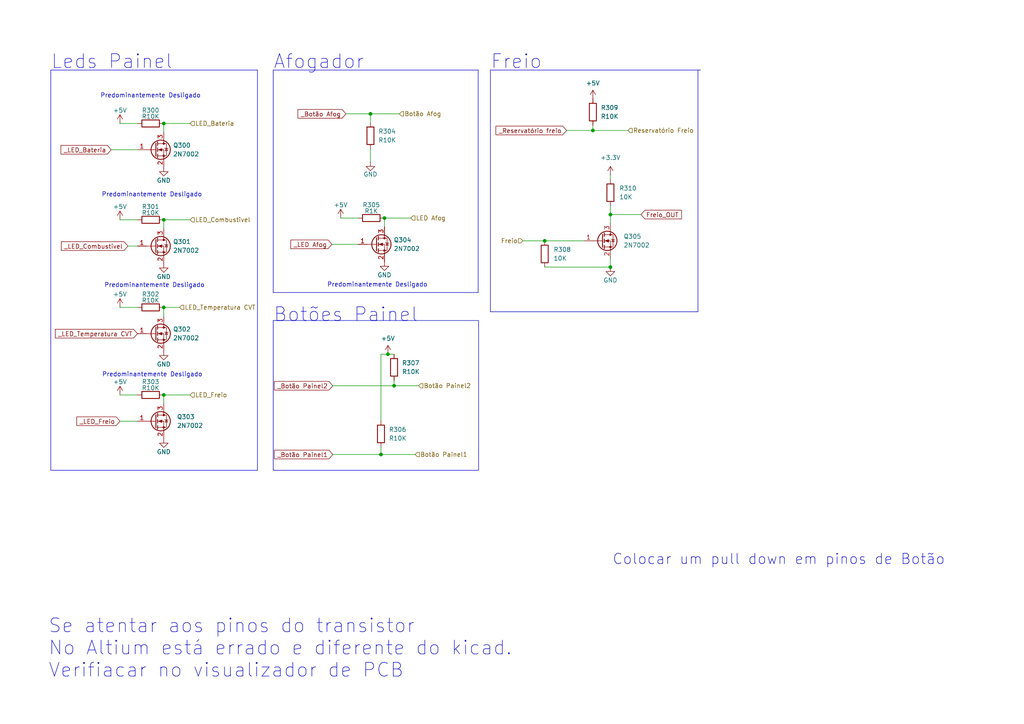
<source format=kicad_sch>
(kicad_sch (version 20230121) (generator eeschema)

  (uuid d5ddf8c1-48f7-4250-853c-8c7e9dcca5e8)

  (paper "A4")

  (lib_symbols
    (symbol "Device:R" (pin_numbers hide) (pin_names (offset 0)) (in_bom yes) (on_board yes)
      (property "Reference" "R" (at 2.032 0 90)
        (effects (font (size 1.27 1.27)))
      )
      (property "Value" "R" (at 0 0 90)
        (effects (font (size 1.27 1.27)))
      )
      (property "Footprint" "" (at -1.778 0 90)
        (effects (font (size 1.27 1.27)) hide)
      )
      (property "Datasheet" "~" (at 0 0 0)
        (effects (font (size 1.27 1.27)) hide)
      )
      (property "ki_keywords" "R res resistor" (at 0 0 0)
        (effects (font (size 1.27 1.27)) hide)
      )
      (property "ki_description" "Resistor" (at 0 0 0)
        (effects (font (size 1.27 1.27)) hide)
      )
      (property "ki_fp_filters" "R_*" (at 0 0 0)
        (effects (font (size 1.27 1.27)) hide)
      )
      (symbol "R_0_1"
        (rectangle (start -1.016 -2.54) (end 1.016 2.54)
          (stroke (width 0.254) (type default))
          (fill (type none))
        )
      )
      (symbol "R_1_1"
        (pin passive line (at 0 3.81 270) (length 1.27)
          (name "~" (effects (font (size 1.27 1.27))))
          (number "1" (effects (font (size 1.27 1.27))))
        )
        (pin passive line (at 0 -3.81 90) (length 1.27)
          (name "~" (effects (font (size 1.27 1.27))))
          (number "2" (effects (font (size 1.27 1.27))))
        )
      )
    )
    (symbol "Transistor_FET:2N7002" (pin_names hide) (in_bom yes) (on_board yes)
      (property "Reference" "Q" (at 5.08 1.905 0)
        (effects (font (size 1.27 1.27)) (justify left))
      )
      (property "Value" "2N7002" (at 5.08 0 0)
        (effects (font (size 1.27 1.27)) (justify left))
      )
      (property "Footprint" "Package_TO_SOT_SMD:SOT-23" (at 5.08 -1.905 0)
        (effects (font (size 1.27 1.27) italic) (justify left) hide)
      )
      (property "Datasheet" "https://www.onsemi.com/pub/Collateral/NDS7002A-D.PDF" (at 0 0 0)
        (effects (font (size 1.27 1.27)) (justify left) hide)
      )
      (property "ki_keywords" "N-Channel Switching MOSFET" (at 0 0 0)
        (effects (font (size 1.27 1.27)) hide)
      )
      (property "ki_description" "0.115A Id, 60V Vds, N-Channel MOSFET, SOT-23" (at 0 0 0)
        (effects (font (size 1.27 1.27)) hide)
      )
      (property "ki_fp_filters" "SOT?23*" (at 0 0 0)
        (effects (font (size 1.27 1.27)) hide)
      )
      (symbol "2N7002_0_1"
        (polyline
          (pts
            (xy 0.254 0)
            (xy -2.54 0)
          )
          (stroke (width 0) (type default))
          (fill (type none))
        )
        (polyline
          (pts
            (xy 0.254 1.905)
            (xy 0.254 -1.905)
          )
          (stroke (width 0.254) (type default))
          (fill (type none))
        )
        (polyline
          (pts
            (xy 0.762 -1.27)
            (xy 0.762 -2.286)
          )
          (stroke (width 0.254) (type default))
          (fill (type none))
        )
        (polyline
          (pts
            (xy 0.762 0.508)
            (xy 0.762 -0.508)
          )
          (stroke (width 0.254) (type default))
          (fill (type none))
        )
        (polyline
          (pts
            (xy 0.762 2.286)
            (xy 0.762 1.27)
          )
          (stroke (width 0.254) (type default))
          (fill (type none))
        )
        (polyline
          (pts
            (xy 2.54 2.54)
            (xy 2.54 1.778)
          )
          (stroke (width 0) (type default))
          (fill (type none))
        )
        (polyline
          (pts
            (xy 2.54 -2.54)
            (xy 2.54 0)
            (xy 0.762 0)
          )
          (stroke (width 0) (type default))
          (fill (type none))
        )
        (polyline
          (pts
            (xy 0.762 -1.778)
            (xy 3.302 -1.778)
            (xy 3.302 1.778)
            (xy 0.762 1.778)
          )
          (stroke (width 0) (type default))
          (fill (type none))
        )
        (polyline
          (pts
            (xy 1.016 0)
            (xy 2.032 0.381)
            (xy 2.032 -0.381)
            (xy 1.016 0)
          )
          (stroke (width 0) (type default))
          (fill (type outline))
        )
        (polyline
          (pts
            (xy 2.794 0.508)
            (xy 2.921 0.381)
            (xy 3.683 0.381)
            (xy 3.81 0.254)
          )
          (stroke (width 0) (type default))
          (fill (type none))
        )
        (polyline
          (pts
            (xy 3.302 0.381)
            (xy 2.921 -0.254)
            (xy 3.683 -0.254)
            (xy 3.302 0.381)
          )
          (stroke (width 0) (type default))
          (fill (type none))
        )
        (circle (center 1.651 0) (radius 2.794)
          (stroke (width 0.254) (type default))
          (fill (type none))
        )
        (circle (center 2.54 -1.778) (radius 0.254)
          (stroke (width 0) (type default))
          (fill (type outline))
        )
        (circle (center 2.54 1.778) (radius 0.254)
          (stroke (width 0) (type default))
          (fill (type outline))
        )
      )
      (symbol "2N7002_1_1"
        (pin input line (at -5.08 0 0) (length 2.54)
          (name "G" (effects (font (size 1.27 1.27))))
          (number "1" (effects (font (size 1.27 1.27))))
        )
        (pin passive line (at 2.54 -5.08 90) (length 2.54)
          (name "S" (effects (font (size 1.27 1.27))))
          (number "2" (effects (font (size 1.27 1.27))))
        )
        (pin passive line (at 2.54 5.08 270) (length 2.54)
          (name "D" (effects (font (size 1.27 1.27))))
          (number "3" (effects (font (size 1.27 1.27))))
        )
      )
    )
    (symbol "power:+3.3V" (power) (pin_names (offset 0)) (in_bom yes) (on_board yes)
      (property "Reference" "#PWR" (at 0 -3.81 0)
        (effects (font (size 1.27 1.27)) hide)
      )
      (property "Value" "+3.3V" (at 0 3.556 0)
        (effects (font (size 1.27 1.27)))
      )
      (property "Footprint" "" (at 0 0 0)
        (effects (font (size 1.27 1.27)) hide)
      )
      (property "Datasheet" "" (at 0 0 0)
        (effects (font (size 1.27 1.27)) hide)
      )
      (property "ki_keywords" "power-flag" (at 0 0 0)
        (effects (font (size 1.27 1.27)) hide)
      )
      (property "ki_description" "Power symbol creates a global label with name \"+3.3V\"" (at 0 0 0)
        (effects (font (size 1.27 1.27)) hide)
      )
      (symbol "+3.3V_0_1"
        (polyline
          (pts
            (xy -0.762 1.27)
            (xy 0 2.54)
          )
          (stroke (width 0) (type default))
          (fill (type none))
        )
        (polyline
          (pts
            (xy 0 0)
            (xy 0 2.54)
          )
          (stroke (width 0) (type default))
          (fill (type none))
        )
        (polyline
          (pts
            (xy 0 2.54)
            (xy 0.762 1.27)
          )
          (stroke (width 0) (type default))
          (fill (type none))
        )
      )
      (symbol "+3.3V_1_1"
        (pin power_in line (at 0 0 90) (length 0) hide
          (name "+3.3V" (effects (font (size 1.27 1.27))))
          (number "1" (effects (font (size 1.27 1.27))))
        )
      )
    )
    (symbol "power:+5V" (power) (pin_names (offset 0)) (in_bom yes) (on_board yes)
      (property "Reference" "#PWR" (at 0 -3.81 0)
        (effects (font (size 1.27 1.27)) hide)
      )
      (property "Value" "+5V" (at 0 3.556 0)
        (effects (font (size 1.27 1.27)))
      )
      (property "Footprint" "" (at 0 0 0)
        (effects (font (size 1.27 1.27)) hide)
      )
      (property "Datasheet" "" (at 0 0 0)
        (effects (font (size 1.27 1.27)) hide)
      )
      (property "ki_keywords" "power-flag" (at 0 0 0)
        (effects (font (size 1.27 1.27)) hide)
      )
      (property "ki_description" "Power symbol creates a global label with name \"+5V\"" (at 0 0 0)
        (effects (font (size 1.27 1.27)) hide)
      )
      (symbol "+5V_0_1"
        (polyline
          (pts
            (xy -0.762 1.27)
            (xy 0 2.54)
          )
          (stroke (width 0) (type default))
          (fill (type none))
        )
        (polyline
          (pts
            (xy 0 0)
            (xy 0 2.54)
          )
          (stroke (width 0) (type default))
          (fill (type none))
        )
        (polyline
          (pts
            (xy 0 2.54)
            (xy 0.762 1.27)
          )
          (stroke (width 0) (type default))
          (fill (type none))
        )
      )
      (symbol "+5V_1_1"
        (pin power_in line (at 0 0 90) (length 0) hide
          (name "+5V" (effects (font (size 1.27 1.27))))
          (number "1" (effects (font (size 1.27 1.27))))
        )
      )
    )
    (symbol "power:GND" (power) (pin_names (offset 0)) (in_bom yes) (on_board yes)
      (property "Reference" "#PWR" (at 0 -6.35 0)
        (effects (font (size 1.27 1.27)) hide)
      )
      (property "Value" "GND" (at 0 -3.81 0)
        (effects (font (size 1.27 1.27)))
      )
      (property "Footprint" "" (at 0 0 0)
        (effects (font (size 1.27 1.27)) hide)
      )
      (property "Datasheet" "" (at 0 0 0)
        (effects (font (size 1.27 1.27)) hide)
      )
      (property "ki_keywords" "power-flag" (at 0 0 0)
        (effects (font (size 1.27 1.27)) hide)
      )
      (property "ki_description" "Power symbol creates a global label with name \"GND\" , ground" (at 0 0 0)
        (effects (font (size 1.27 1.27)) hide)
      )
      (symbol "GND_0_1"
        (polyline
          (pts
            (xy 0 0)
            (xy 0 -1.27)
            (xy 1.27 -1.27)
            (xy 0 -2.54)
            (xy -1.27 -1.27)
            (xy 0 -1.27)
          )
          (stroke (width 0) (type default))
          (fill (type none))
        )
      )
      (symbol "GND_1_1"
        (pin power_in line (at 0 0 270) (length 0) hide
          (name "GND" (effects (font (size 1.27 1.27))))
          (number "1" (effects (font (size 1.27 1.27))))
        )
      )
    )
  )

  (junction (at 47.498 89.154) (diameter 0) (color 0 0 0 0)
    (uuid 02bd0e52-9ac6-44cd-8dd8-01279d8c4666)
  )
  (junction (at 177.038 77.47) (diameter 0) (color 0 0 0 0)
    (uuid 042f06f9-db03-4ad1-99d9-4ee413a7ca3d)
  )
  (junction (at 47.498 35.814) (diameter 0) (color 0 0 0 0)
    (uuid 0d1c71ce-5886-427c-a0be-42b3907b8fb5)
  )
  (junction (at 177.038 62.23) (diameter 0) (color 0 0 0 0)
    (uuid 246165fd-9d23-4dc9-848c-09f2ff834d14)
  )
  (junction (at 47.498 63.754) (diameter 0) (color 0 0 0 0)
    (uuid 3bda41ad-1547-4653-bfe9-b583bdcd7866)
  )
  (junction (at 114.3 111.887) (diameter 0) (color 0 0 0 0)
    (uuid 6a2a956d-62a7-468e-951c-ace63ca892e6)
  )
  (junction (at 112.522 102.743) (diameter 0) (color 0 0 0 0)
    (uuid 7e317d7a-867e-4e6b-bb51-805bd948f923)
  )
  (junction (at 171.958 37.846) (diameter 0) (color 0 0 0 0)
    (uuid 821e0666-12b7-4193-ba11-ecb7babdcb2f)
  )
  (junction (at 157.988 69.85) (diameter 0) (color 0 0 0 0)
    (uuid 8f58a622-1baa-4ffb-b16e-93309394a0c6)
  )
  (junction (at 111.506 63.246) (diameter 0) (color 0 0 0 0)
    (uuid b28e6822-5fee-4bd9-888d-2603a5049c4d)
  )
  (junction (at 110.49 131.826) (diameter 0) (color 0 0 0 0)
    (uuid bbb1067f-7ac3-4b18-a15c-86eb3622dbb7)
  )
  (junction (at 47.498 114.554) (diameter 0) (color 0 0 0 0)
    (uuid da6cb0db-1a93-4959-af97-01b67fa9930c)
  )
  (junction (at 107.442 33.02) (diameter 0) (color 0 0 0 0)
    (uuid ee77b5bd-7ad4-421d-bcf3-c17621eb8348)
  )

  (wire (pts (xy 157.988 69.85) (xy 169.418 69.85))
    (stroke (width 0) (type default))
    (uuid 01408db6-4d09-4c72-a964-d2aebfb7d742)
  )
  (wire (pts (xy 47.498 38.354) (xy 47.498 35.814))
    (stroke (width 0) (type default))
    (uuid 023d4ade-73db-4751-9e81-7a2eccadebdb)
  )
  (wire (pts (xy 47.498 117.094) (xy 47.498 114.554))
    (stroke (width 0) (type default))
    (uuid 0893fc79-c67f-47bb-964d-19342e46dd98)
  )
  (wire (pts (xy 182.118 37.846) (xy 171.958 37.846))
    (stroke (width 0) (type default))
    (uuid 114f991a-3c41-4abb-b077-87518baf1b7b)
  )
  (wire (pts (xy 177.038 62.23) (xy 185.928 62.23))
    (stroke (width 0) (type default))
    (uuid 1677dc6a-2ccf-4be8-b823-39b2e9142e2d)
  )
  (wire (pts (xy 110.49 129.667) (xy 110.49 131.826))
    (stroke (width 0) (type default))
    (uuid 17abe1d2-6a0d-4cde-b522-d1ece91f8036)
  )
  (wire (pts (xy 107.442 33.02) (xy 115.824 33.02))
    (stroke (width 0) (type default))
    (uuid 1acdf7f2-850b-4585-900d-55290cf2d6a5)
  )
  (wire (pts (xy 111.506 65.786) (xy 111.506 63.246))
    (stroke (width 0) (type default))
    (uuid 1b065b82-5d0b-4374-ae92-0f4743c58c00)
  )
  (wire (pts (xy 100.33 33.02) (xy 107.442 33.02))
    (stroke (width 0) (type default))
    (uuid 236a633c-cf3f-471d-82a8-c248d542875c)
  )
  (wire (pts (xy 164.338 37.846) (xy 171.958 37.846))
    (stroke (width 0) (type default))
    (uuid 27d495e9-20ea-4a4e-a383-7c494d7dd74c)
  )
  (polyline (pts (xy 202.438 20.32) (xy 202.438 90.424))
    (stroke (width 0) (type default))
    (uuid 2fe3d87b-0319-4212-894f-385e932ffd2b)
  )

  (wire (pts (xy 47.498 66.294) (xy 47.498 63.754))
    (stroke (width 0) (type default))
    (uuid 3221da2c-e871-42a4-bc9b-2009224e2bfc)
  )
  (polyline (pts (xy 74.676 136.398) (xy 14.732 136.398))
    (stroke (width 0) (type default))
    (uuid 3f5e7bdb-cdef-4a00-8d06-a6a52f07ef61)
  )

  (wire (pts (xy 110.49 131.826) (xy 120.396 131.826))
    (stroke (width 0) (type default))
    (uuid 4013a379-2a20-4405-9085-3afede13a62d)
  )
  (polyline (pts (xy 138.684 84.836) (xy 79.248 84.836))
    (stroke (width 0) (type default))
    (uuid 4621f20d-fe34-43b6-982f-c6ed802cf721)
  )

  (wire (pts (xy 32.258 43.434) (xy 39.878 43.434))
    (stroke (width 0) (type default))
    (uuid 4e6c2980-5bea-46c3-8192-188874495aeb)
  )
  (polyline (pts (xy 79.248 92.964) (xy 79.248 136.398))
    (stroke (width 0) (type default))
    (uuid 54dd8eef-e80e-4699-9f0f-ddcc527aaacc)
  )
  (polyline (pts (xy 74.676 20.32) (xy 74.676 136.398))
    (stroke (width 0) (type default))
    (uuid 54f40270-4dfb-47ae-a04e-0c55e369efc8)
  )

  (wire (pts (xy 34.798 122.174) (xy 39.878 122.174))
    (stroke (width 0) (type default))
    (uuid 5f68cb0d-d405-4925-9b31-8f79cc74e533)
  )
  (wire (pts (xy 34.798 114.554) (xy 39.878 114.554))
    (stroke (width 0) (type default))
    (uuid 5f85fd13-9092-48db-bd74-574500d2a2e7)
  )
  (wire (pts (xy 171.958 36.322) (xy 171.958 37.846))
    (stroke (width 0) (type default))
    (uuid 5faf54f7-77fe-45d3-90ef-de26597ad888)
  )
  (wire (pts (xy 96.266 70.866) (xy 103.886 70.866))
    (stroke (width 0) (type default))
    (uuid 60c4b447-ba80-4e4b-8781-eb0e379736ec)
  )
  (wire (pts (xy 151.638 69.85) (xy 157.988 69.85))
    (stroke (width 0) (type default))
    (uuid 65e1c435-ef7e-48e0-84a3-2f4be7023eed)
  )
  (polyline (pts (xy 14.732 20.32) (xy 14.732 136.398))
    (stroke (width 0) (type default))
    (uuid 71b7e704-b939-4d15-8f1c-f34d1a3d9f33)
  )

  (wire (pts (xy 114.3 110.363) (xy 114.3 111.887))
    (stroke (width 0) (type default))
    (uuid 7204edd1-63da-4794-8d1e-35a373702a20)
  )
  (wire (pts (xy 107.442 33.02) (xy 107.442 35.56))
    (stroke (width 0) (type default))
    (uuid 77992526-8645-4006-8752-181c4358cb26)
  )
  (wire (pts (xy 111.506 63.246) (xy 119.126 63.246))
    (stroke (width 0) (type default))
    (uuid 7cd9a264-d60e-4810-b59d-994966e614a6)
  )
  (wire (pts (xy 96.52 131.826) (xy 110.49 131.826))
    (stroke (width 0) (type default))
    (uuid 7d017b9b-f948-4a42-a5b8-6856f08cb5c6)
  )
  (wire (pts (xy 110.49 122.047) (xy 110.49 102.743))
    (stroke (width 0) (type default))
    (uuid 7ffb0d9d-a3f2-4d0c-923d-3053b9e72a9c)
  )
  (polyline (pts (xy 142.24 20.32) (xy 203.2 20.32))
    (stroke (width 0) (type default))
    (uuid 814e0dd6-8143-43d4-932f-a5fc58b6d8e9)
  )

  (wire (pts (xy 112.522 102.743) (xy 114.3 102.743))
    (stroke (width 0) (type default))
    (uuid 83122934-ebb1-485a-99eb-10b691c0b4b8)
  )
  (wire (pts (xy 34.798 89.154) (xy 39.878 89.154))
    (stroke (width 0) (type default))
    (uuid 847ee5d3-e12d-44bc-938f-a05a487c7582)
  )
  (wire (pts (xy 157.988 77.47) (xy 177.038 77.47))
    (stroke (width 0) (type default))
    (uuid 887fac26-d508-4bdf-a112-a8dff051e3e1)
  )
  (wire (pts (xy 107.442 43.18) (xy 107.442 46.99))
    (stroke (width 0) (type default))
    (uuid 88957bd7-8f39-454a-b3ba-e2092ea961c6)
  )
  (wire (pts (xy 177.038 77.47) (xy 177.038 74.93))
    (stroke (width 0) (type default))
    (uuid 8b58be84-c747-48ad-ad3c-da59338212eb)
  )
  (wire (pts (xy 177.038 62.23) (xy 177.038 64.77))
    (stroke (width 0) (type default))
    (uuid 8c0252c5-4b18-4407-ba97-bd5e1ecdf1e9)
  )
  (wire (pts (xy 37.084 71.374) (xy 39.878 71.374))
    (stroke (width 0) (type default))
    (uuid 8cc744e4-62b0-49f1-bb54-ca3ae61fe838)
  )
  (wire (pts (xy 34.798 63.754) (xy 39.878 63.754))
    (stroke (width 0) (type default))
    (uuid 8d1ec1ca-c2cf-42ba-969f-b579d7e067b6)
  )
  (wire (pts (xy 96.52 111.887) (xy 114.3 111.887))
    (stroke (width 0) (type default))
    (uuid 9a3a54dc-23e9-465e-acca-c4d38c39ca8e)
  )
  (wire (pts (xy 47.498 91.694) (xy 47.498 89.154))
    (stroke (width 0) (type default))
    (uuid a205dee9-695e-472d-8320-8bb81fd99b14)
  )
  (wire (pts (xy 110.49 102.743) (xy 112.522 102.743))
    (stroke (width 0) (type default))
    (uuid a26d4cbc-56fd-4d87-9fcc-bbff80da7605)
  )
  (polyline (pts (xy 142.24 90.424) (xy 142.24 20.32))
    (stroke (width 0) (type default))
    (uuid a411cc2e-7992-468b-a052-c75599663c5f)
  )

  (wire (pts (xy 177.038 59.69) (xy 177.038 62.23))
    (stroke (width 0) (type default))
    (uuid a4418ec1-ebf3-4b3f-8f92-91f63c3b9281)
  )
  (polyline (pts (xy 79.248 20.32) (xy 138.684 20.32))
    (stroke (width 0) (type default))
    (uuid a7ef32da-4194-4393-9da5-f02278da9187)
  )
  (polyline (pts (xy 79.248 92.964) (xy 138.684 92.964))
    (stroke (width 0) (type default))
    (uuid ad9b8baa-5876-4052-9386-c69fb0c36bd8)
  )
  (polyline (pts (xy 138.811 92.964) (xy 138.811 136.398))
    (stroke (width 0) (type default))
    (uuid ae262d93-0cfd-4b7e-b624-2d0dbe3d2eda)
  )
  (polyline (pts (xy 202.438 90.424) (xy 142.24 90.424))
    (stroke (width 0) (type default))
    (uuid b068019d-5405-4097-ac25-b21e8a34d7d3)
  )
  (polyline (pts (xy 14.732 20.32) (xy 74.676 20.32))
    (stroke (width 0) (type default))
    (uuid b9b7e039-be52-4277-a035-af056a196a17)
  )

  (wire (pts (xy 47.498 89.154) (xy 52.07 89.154))
    (stroke (width 0) (type default))
    (uuid b9f59975-62ec-4410-871f-717293ec5298)
  )
  (wire (pts (xy 114.3 111.887) (xy 121.412 111.887))
    (stroke (width 0) (type default))
    (uuid bf47693e-e472-4a0c-8d20-13c5c0fb8879)
  )
  (wire (pts (xy 47.498 114.554) (xy 55.118 114.554))
    (stroke (width 0) (type default))
    (uuid ca972815-2295-464f-bca4-fed9973c8659)
  )
  (wire (pts (xy 177.038 50.8) (xy 177.038 52.07))
    (stroke (width 0) (type default))
    (uuid ccde43aa-953c-49f6-b90d-48f0d39e5a48)
  )
  (polyline (pts (xy 79.248 20.32) (xy 79.248 84.836))
    (stroke (width 0) (type default))
    (uuid d02f294d-8eab-4ea8-8ef0-c0f0f992b080)
  )

  (wire (pts (xy 98.806 63.246) (xy 103.886 63.246))
    (stroke (width 0) (type default))
    (uuid d58ce8d3-fb03-4667-a14d-8a83ad434f6e)
  )
  (wire (pts (xy 34.798 35.814) (xy 39.878 35.814))
    (stroke (width 0) (type default))
    (uuid e1e320ce-76b2-42e0-8fad-a5701f54d487)
  )
  (polyline (pts (xy 138.684 20.32) (xy 138.684 84.836))
    (stroke (width 0) (type default))
    (uuid e2aae2e3-2943-4a5b-a70e-6a82359629b5)
  )

  (wire (pts (xy 47.498 63.754) (xy 55.118 63.754))
    (stroke (width 0) (type default))
    (uuid f0761c92-5e77-490f-859b-d54e75fde648)
  )
  (polyline (pts (xy 138.684 136.398) (xy 79.248 136.398))
    (stroke (width 0) (type default))
    (uuid fd4b7145-171c-481a-9682-b2bea6b9fc2f)
  )

  (wire (pts (xy 47.498 35.814) (xy 55.118 35.814))
    (stroke (width 0) (type default))
    (uuid fed9e213-be78-40e1-bd6f-879692e5f888)
  )

  (text "Predominantemente Desligado" (at 30.226 83.566 0)
    (effects (font (size 1.27 1.27)) (justify left bottom))
    (uuid 03ca01d9-a5de-4574-859c-e022dce18c60)
  )
  (text "Predominantemente Desligado" (at 29.083 28.575 0)
    (effects (font (size 1.27 1.27)) (justify left bottom))
    (uuid 0fb9b79b-a17c-44a5-85ba-4762c9691424)
  )
  (text "Predominantemente Desligado" (at 29.591 109.474 0)
    (effects (font (size 1.27 1.27)) (justify left bottom))
    (uuid 11e7b0bc-9d40-4f8c-9c72-a811a06d4173)
  )
  (text "Predominantemente Desligado" (at 94.869 83.439 0)
    (effects (font (size 1.27 1.27)) (justify left bottom))
    (uuid 31763348-9fae-4689-a0c3-250525292670)
  )
  (text "Predominantemente Desligado" (at 29.464 57.277 0)
    (effects (font (size 1.27 1.27)) (justify left bottom))
    (uuid 43913951-a81b-4964-90f1-658d885629a8)
  )
  (text "Se atentar aos pinos do transistor\nNo Altium está errado e diferente do kicad. \nVerifiacar no visualizador de PCB"
    (at 13.97 196.85 0)
    (effects (font (size 4 4)) (justify left bottom))
    (uuid 5a762f5e-7963-45cc-b0aa-2922c378a5dd)
  )
  (text "Botões Painel" (at 79.248 93.726 0)
    (effects (font (size 4 4)) (justify left bottom))
    (uuid 6b43a30a-410e-450c-8f42-a610aed0cd74)
  )
  (text "Freio" (at 142.24 20.32 0)
    (effects (font (size 4 4)) (justify left bottom))
    (uuid 74dfc590-7bca-4f04-809f-ba8eba34979b)
  )
  (text "Leds Painel\n" (at 14.732 20.32 0)
    (effects (font (size 4 4)) (justify left bottom))
    (uuid c9592397-de3c-428d-9204-444294f2c18b)
  )
  (text "Colocar um pull down em pinos de Botão" (at 177.546 164.084 0)
    (effects (font (size 3 3)) (justify left bottom))
    (uuid cb827c84-4789-4f2a-86f7-19fe2e6c4c5f)
  )
  (text "Afogador" (at 79.248 20.32 0)
    (effects (font (size 4 4)) (justify left bottom))
    (uuid e35e52ba-4102-4c36-bcd8-e2ceeda1d7e4)
  )

  (global_label "_Botão Afog" (shape input) (at 100.33 33.02 180) (fields_autoplaced)
    (effects (font (size 1.27 1.27)) (justify right))
    (uuid 2983e605-4d6a-4f2b-89bd-41bc5a35c843)
    (property "Intersheetrefs" "${INTERSHEET_REFS}" (at 86.4264 32.9406 0)
      (effects (font (size 1.27 1.27)) (justify right) hide)
    )
  )
  (global_label "_LED_Temperatura CVT" (shape input) (at 39.878 96.774 180) (fields_autoplaced)
    (effects (font (size 1.27 1.27)) (justify right))
    (uuid 2d9bea95-3a9e-42fd-88a6-ef6b5e9ca551)
    (property "Intersheetrefs" "${INTERSHEET_REFS}" (at 16.0563 96.6946 0)
      (effects (font (size 1.27 1.27)) (justify right) hide)
    )
  )
  (global_label "_Botão Painel2" (shape input) (at 96.52 111.887 180) (fields_autoplaced)
    (effects (font (size 1.27 1.27)) (justify right))
    (uuid 35fbbf52-bfc3-4bb4-8804-a1b2deffcb1b)
    (property "Intersheetrefs" "${INTERSHEET_REFS}" (at 79.5926 111.8076 0)
      (effects (font (size 1.27 1.27)) (justify right) hide)
    )
  )
  (global_label "_LED_Bateria" (shape input) (at 32.258 43.434 180) (fields_autoplaced)
    (effects (font (size 1.27 1.27)) (justify right))
    (uuid 3a2bf83a-a09b-45ec-be25-a294ab6c9d15)
    (property "Intersheetrefs" "${INTERSHEET_REFS}" (at 17.6892 43.3546 0)
      (effects (font (size 1.27 1.27)) (justify right) hide)
    )
  )
  (global_label "_Botão Painel1" (shape input) (at 96.52 131.826 180) (fields_autoplaced)
    (effects (font (size 1.27 1.27)) (justify right))
    (uuid 86fd030b-05ba-40ae-bfdb-0ec33104b1d9)
    (property "Intersheetrefs" "${INTERSHEET_REFS}" (at 79.5926 131.7466 0)
      (effects (font (size 1.27 1.27)) (justify right) hide)
    )
  )
  (global_label "_LED Afog" (shape input) (at 96.266 70.866 180) (fields_autoplaced)
    (effects (font (size 1.27 1.27)) (justify right))
    (uuid 96c6888b-12f8-4d3d-bc80-d1f21abf68ef)
    (property "Intersheetrefs" "${INTERSHEET_REFS}" (at 84.3581 70.7866 0)
      (effects (font (size 1.27 1.27)) (justify right) hide)
    )
  )
  (global_label "_LED_Freio" (shape input) (at 34.798 122.174 180) (fields_autoplaced)
    (effects (font (size 1.27 1.27)) (justify right))
    (uuid d352cd2e-6310-4856-912f-73bec5bab475)
    (property "Intersheetrefs" "${INTERSHEET_REFS}" (at 22.2854 122.0946 0)
      (effects (font (size 1.27 1.27)) (justify right) hide)
    )
  )
  (global_label "_LED_Combustivel" (shape input) (at 37.084 71.374 180) (fields_autoplaced)
    (effects (font (size 1.27 1.27)) (justify right))
    (uuid d6891ed3-335f-49a2-b3ad-0d70c277b1fb)
    (property "Intersheetrefs" "${INTERSHEET_REFS}" (at 17.798 71.2946 0)
      (effects (font (size 1.27 1.27)) (justify right) hide)
    )
  )
  (global_label "_Reservatório freio" (shape input) (at 164.338 37.846 180) (fields_autoplaced)
    (effects (font (size 1.27 1.27)) (justify right))
    (uuid f505c406-bfe4-40bb-84a2-748490812d01)
    (property "Intersheetrefs" "${INTERSHEET_REFS}" (at 143.8425 37.7666 0)
      (effects (font (size 1.27 1.27)) (justify right) hide)
    )
  )
  (global_label "Freio_OUT" (shape input) (at 185.928 62.23 0) (fields_autoplaced)
    (effects (font (size 1.27 1.27)) (justify left))
    (uuid fa974177-ea9b-4f51-8678-951e1e8e4c76)
    (property "Intersheetrefs" "${INTERSHEET_REFS}" (at 197.5655 62.1506 0)
      (effects (font (size 1.27 1.27)) (justify left) hide)
    )
  )

  (hierarchical_label "Freio" (shape input) (at 151.638 69.85 180) (fields_autoplaced)
    (effects (font (size 1.27 1.27)) (justify right))
    (uuid 179f61dd-c874-4d6e-b3cc-dabbbb829b22)
  )
  (hierarchical_label "LED_Combustivel" (shape input) (at 55.118 63.754 0) (fields_autoplaced)
    (effects (font (size 1.27 1.27)) (justify left))
    (uuid 373505d1-cf9c-43b4-b3bf-49890eda70a4)
  )
  (hierarchical_label "Botão Painel2" (shape input) (at 121.412 111.887 0) (fields_autoplaced)
    (effects (font (size 1.27 1.27)) (justify left))
    (uuid 3d79b4d5-5ea2-44e3-b35e-09590197c8bc)
  )
  (hierarchical_label "LED_Temperatura CVT" (shape input) (at 52.07 89.154 0) (fields_autoplaced)
    (effects (font (size 1.27 1.27)) (justify left))
    (uuid 4eb81308-de76-4182-b723-3b07579afbad)
  )
  (hierarchical_label "Botão Afog" (shape input) (at 115.824 33.02 0) (fields_autoplaced)
    (effects (font (size 1.27 1.27)) (justify left))
    (uuid 56782103-4dd5-45ee-ab19-21bcc29b312b)
  )
  (hierarchical_label "LED Afog" (shape input) (at 119.126 63.246 0) (fields_autoplaced)
    (effects (font (size 1.27 1.27)) (justify left))
    (uuid 6a4c2795-0625-4a5e-adb0-97abecc39f09)
  )
  (hierarchical_label "Botão Painel1" (shape input) (at 120.396 131.826 0) (fields_autoplaced)
    (effects (font (size 1.27 1.27)) (justify left))
    (uuid 92f75292-8d6c-42df-84c3-86a4bd602f59)
  )
  (hierarchical_label "LED_Freio" (shape input) (at 55.118 114.554 0) (fields_autoplaced)
    (effects (font (size 1.27 1.27)) (justify left))
    (uuid af7ee01c-ea09-4e12-bfcb-0d7383a21c55)
  )
  (hierarchical_label "Reservatório Freio" (shape input) (at 182.118 37.846 0) (fields_autoplaced)
    (effects (font (size 1.27 1.27)) (justify left))
    (uuid b54ea509-1be3-4d31-b724-e40af0c2867d)
  )
  (hierarchical_label "LED_Bateria" (shape input) (at 55.118 35.814 0) (fields_autoplaced)
    (effects (font (size 1.27 1.27)) (justify left))
    (uuid fb766cc4-dda6-4ae8-91bd-0e7d2576842c)
  )

  (symbol (lib_id "Device:R") (at 43.688 63.754 90) (unit 1)
    (in_bom yes) (on_board yes) (dnp no)
    (uuid 067da320-96ce-4ca5-b7d2-2fe0bf9fa7cf)
    (property "Reference" "R301" (at 43.688 59.944 90)
      (effects (font (size 1.27 1.27)))
    )
    (property "Value" "R10K" (at 43.688 61.722 90)
      (effects (font (size 1.27 1.27)))
    )
    (property "Footprint" "Resistor_SMD:R_0603_1608Metric" (at 43.688 65.532 90)
      (effects (font (size 1.27 1.27)) hide)
    )
    (property "Datasheet" "~" (at 43.688 63.754 0)
      (effects (font (size 1.27 1.27)) hide)
    )
    (pin "1" (uuid 844b6679-170c-44c7-8473-caa73fd73d61))
    (pin "2" (uuid 16046e10-2a89-4ea7-88df-6bac37fe18e0))
    (instances
      (project "PCB_Dianteira"
        (path "/a0150dbf-44e5-4bd4-8041-fb1f3f9779fb/e42efe98-78ee-4486-a715-6219c5b3ae53"
          (reference "R301") (unit 1)
        )
      )
    )
  )

  (symbol (lib_id "power:GND") (at 47.498 76.454 0) (unit 1)
    (in_bom yes) (on_board yes) (dnp no)
    (uuid 073d3898-5442-4007-9057-926ca8e7dfea)
    (property "Reference" "#PWR0305" (at 47.498 82.804 0)
      (effects (font (size 1.27 1.27)) hide)
    )
    (property "Value" "GND" (at 47.498 80.264 0)
      (effects (font (size 1.27 1.27)))
    )
    (property "Footprint" "" (at 47.498 76.454 0)
      (effects (font (size 1.27 1.27)) hide)
    )
    (property "Datasheet" "" (at 47.498 76.454 0)
      (effects (font (size 1.27 1.27)) hide)
    )
    (pin "1" (uuid 697930dd-39ac-44a4-a606-3b3e0a2f636a))
    (instances
      (project "PCB_Dianteira"
        (path "/a0150dbf-44e5-4bd4-8041-fb1f3f9779fb/e42efe98-78ee-4486-a715-6219c5b3ae53"
          (reference "#PWR0305") (unit 1)
        )
      )
    )
  )

  (symbol (lib_id "Device:R") (at 177.038 55.88 0) (unit 1)
    (in_bom yes) (on_board yes) (dnp no) (fields_autoplaced)
    (uuid 233866ac-262c-4c79-830c-a5668edcec57)
    (property "Reference" "R310" (at 179.578 54.6099 0)
      (effects (font (size 1.27 1.27)) (justify left))
    )
    (property "Value" "10K" (at 179.578 57.1499 0)
      (effects (font (size 1.27 1.27)) (justify left))
    )
    (property "Footprint" "Resistor_SMD:R_0603_1608Metric" (at 175.26 55.88 90)
      (effects (font (size 1.27 1.27)) hide)
    )
    (property "Datasheet" "~" (at 177.038 55.88 0)
      (effects (font (size 1.27 1.27)) hide)
    )
    (pin "1" (uuid 01eb8b7f-0bc1-4f4a-ad5b-9d2eb5c45754))
    (pin "2" (uuid 63da12b8-3bdb-4e2a-a2b3-feeb7d0ac55a))
    (instances
      (project "PCB_Dianteira"
        (path "/a0150dbf-44e5-4bd4-8041-fb1f3f9779fb/e42efe98-78ee-4486-a715-6219c5b3ae53"
          (reference "R310") (unit 1)
        )
      )
    )
  )

  (symbol (lib_id "Transistor_FET:2N7002") (at 108.966 70.866 0) (unit 1)
    (in_bom yes) (on_board yes) (dnp no) (fields_autoplaced)
    (uuid 2350c78e-e9d4-4c64-9a1b-1a49450b58a3)
    (property "Reference" "Q304" (at 114.173 69.5959 0)
      (effects (font (size 1.27 1.27)) (justify left))
    )
    (property "Value" "2N7002" (at 114.173 72.1359 0)
      (effects (font (size 1.27 1.27)) (justify left))
    )
    (property "Footprint" "Package_TO_SOT_SMD:SOT-23" (at 114.046 72.771 0)
      (effects (font (size 1.27 1.27) italic) (justify left) hide)
    )
    (property "Datasheet" "https://www.onsemi.com/pub/Collateral/NDS7002A-D.PDF" (at 108.966 70.866 0)
      (effects (font (size 1.27 1.27)) (justify left) hide)
    )
    (pin "1" (uuid 35536887-c320-40a8-8939-951b11ed78bc))
    (pin "2" (uuid a7086f83-e131-42b7-8397-5f74a1e16172))
    (pin "3" (uuid 50cbe12e-7e4b-49fc-b315-994b41d74108))
    (instances
      (project "PCB_Dianteira"
        (path "/a0150dbf-44e5-4bd4-8041-fb1f3f9779fb/e42efe98-78ee-4486-a715-6219c5b3ae53"
          (reference "Q304") (unit 1)
        )
      )
    )
  )

  (symbol (lib_id "power:+5V") (at 34.798 114.554 0) (unit 1)
    (in_bom yes) (on_board yes) (dnp no)
    (uuid 413ee463-1540-45a6-97fa-65b690660230)
    (property "Reference" "#PWR0303" (at 34.798 118.364 0)
      (effects (font (size 1.27 1.27)) hide)
    )
    (property "Value" "+5V" (at 34.798 110.744 0)
      (effects (font (size 1.27 1.27)))
    )
    (property "Footprint" "" (at 34.798 114.554 0)
      (effects (font (size 1.27 1.27)) hide)
    )
    (property "Datasheet" "" (at 34.798 114.554 0)
      (effects (font (size 1.27 1.27)) hide)
    )
    (pin "1" (uuid 1314746a-e793-4b92-a6a9-68cb549ecd8a))
    (instances
      (project "PCB_Dianteira"
        (path "/a0150dbf-44e5-4bd4-8041-fb1f3f9779fb/e42efe98-78ee-4486-a715-6219c5b3ae53"
          (reference "#PWR0303") (unit 1)
        )
      )
    )
  )

  (symbol (lib_id "power:GND") (at 47.498 101.854 0) (unit 1)
    (in_bom yes) (on_board yes) (dnp no)
    (uuid 4b364db3-385f-4643-ae30-c05bba2898f2)
    (property "Reference" "#PWR0306" (at 47.498 108.204 0)
      (effects (font (size 1.27 1.27)) hide)
    )
    (property "Value" "GND" (at 47.498 105.664 0)
      (effects (font (size 1.27 1.27)))
    )
    (property "Footprint" "" (at 47.498 101.854 0)
      (effects (font (size 1.27 1.27)) hide)
    )
    (property "Datasheet" "" (at 47.498 101.854 0)
      (effects (font (size 1.27 1.27)) hide)
    )
    (pin "1" (uuid 8b2f37b4-a40c-4d34-803a-d1fbccb4354e))
    (instances
      (project "PCB_Dianteira"
        (path "/a0150dbf-44e5-4bd4-8041-fb1f3f9779fb/e42efe98-78ee-4486-a715-6219c5b3ae53"
          (reference "#PWR0306") (unit 1)
        )
      )
    )
  )

  (symbol (lib_id "power:+5V") (at 34.798 35.814 0) (unit 1)
    (in_bom yes) (on_board yes) (dnp no)
    (uuid 55870c76-a6f9-4749-b554-1a9d61df2513)
    (property "Reference" "#PWR0300" (at 34.798 39.624 0)
      (effects (font (size 1.27 1.27)) hide)
    )
    (property "Value" "+5V" (at 34.798 32.004 0)
      (effects (font (size 1.27 1.27)))
    )
    (property "Footprint" "" (at 34.798 35.814 0)
      (effects (font (size 1.27 1.27)) hide)
    )
    (property "Datasheet" "" (at 34.798 35.814 0)
      (effects (font (size 1.27 1.27)) hide)
    )
    (pin "1" (uuid 3f12a233-3c3d-4430-ac83-d011e9e839d5))
    (instances
      (project "PCB_Dianteira"
        (path "/a0150dbf-44e5-4bd4-8041-fb1f3f9779fb/e42efe98-78ee-4486-a715-6219c5b3ae53"
          (reference "#PWR0300") (unit 1)
        )
      )
    )
  )

  (symbol (lib_id "Device:R") (at 107.442 39.37 0) (unit 1)
    (in_bom yes) (on_board yes) (dnp no) (fields_autoplaced)
    (uuid 5d9e196d-0f05-4fa8-ae0a-915c0799a759)
    (property "Reference" "R304" (at 109.728 38.0999 0)
      (effects (font (size 1.27 1.27)) (justify left))
    )
    (property "Value" "R10K" (at 109.728 40.6399 0)
      (effects (font (size 1.27 1.27)) (justify left))
    )
    (property "Footprint" "Resistor_SMD:R_0603_1608Metric" (at 105.664 39.37 90)
      (effects (font (size 1.27 1.27)) hide)
    )
    (property "Datasheet" "~" (at 107.442 39.37 0)
      (effects (font (size 1.27 1.27)) hide)
    )
    (pin "1" (uuid ef420f6f-77a8-4401-886c-d6d7a6986eae))
    (pin "2" (uuid 101f4608-38cc-49ea-bb21-1553b53d47a9))
    (instances
      (project "PCB_Dianteira"
        (path "/a0150dbf-44e5-4bd4-8041-fb1f3f9779fb/e42efe98-78ee-4486-a715-6219c5b3ae53"
          (reference "R304") (unit 1)
        )
      )
    )
  )

  (symbol (lib_id "power:GND") (at 111.506 75.946 0) (unit 1)
    (in_bom yes) (on_board yes) (dnp no)
    (uuid 6cb7a9b5-26b9-4d69-bed9-7af5efe54773)
    (property "Reference" "#PWR0310" (at 111.506 82.296 0)
      (effects (font (size 1.27 1.27)) hide)
    )
    (property "Value" "GND" (at 111.506 79.756 0)
      (effects (font (size 1.27 1.27)))
    )
    (property "Footprint" "" (at 111.506 75.946 0)
      (effects (font (size 1.27 1.27)) hide)
    )
    (property "Datasheet" "" (at 111.506 75.946 0)
      (effects (font (size 1.27 1.27)) hide)
    )
    (pin "1" (uuid e660174e-6322-40b5-adf9-dbacaa1790f7))
    (instances
      (project "PCB_Dianteira"
        (path "/a0150dbf-44e5-4bd4-8041-fb1f3f9779fb/e42efe98-78ee-4486-a715-6219c5b3ae53"
          (reference "#PWR0310") (unit 1)
        )
      )
    )
  )

  (symbol (lib_id "power:GND") (at 177.038 77.47 0) (unit 1)
    (in_bom yes) (on_board yes) (dnp no)
    (uuid 72b53a0f-5e70-400b-87e2-a118691d3e17)
    (property "Reference" "#PWR0314" (at 177.038 83.82 0)
      (effects (font (size 1.27 1.27)) hide)
    )
    (property "Value" "GND" (at 177.038 81.28 0)
      (effects (font (size 1.27 1.27)))
    )
    (property "Footprint" "" (at 177.038 77.47 0)
      (effects (font (size 1.27 1.27)) hide)
    )
    (property "Datasheet" "" (at 177.038 77.47 0)
      (effects (font (size 1.27 1.27)) hide)
    )
    (pin "1" (uuid 7709bf44-ca70-4c51-b333-4d029ce0f1f2))
    (instances
      (project "PCB_Dianteira"
        (path "/a0150dbf-44e5-4bd4-8041-fb1f3f9779fb/e42efe98-78ee-4486-a715-6219c5b3ae53"
          (reference "#PWR0314") (unit 1)
        )
      )
    )
  )

  (symbol (lib_id "power:+5V") (at 171.958 28.702 0) (unit 1)
    (in_bom yes) (on_board yes) (dnp no) (fields_autoplaced)
    (uuid 77f45943-663e-4e41-96e2-49a4cb400548)
    (property "Reference" "#PWR0312" (at 171.958 32.512 0)
      (effects (font (size 1.27 1.27)) hide)
    )
    (property "Value" "+5V" (at 171.958 24.13 0)
      (effects (font (size 1.27 1.27)))
    )
    (property "Footprint" "" (at 171.958 28.702 0)
      (effects (font (size 1.27 1.27)) hide)
    )
    (property "Datasheet" "" (at 171.958 28.702 0)
      (effects (font (size 1.27 1.27)) hide)
    )
    (pin "1" (uuid 277d4c63-9ebd-4ce2-a151-c0f9d81e12f5))
    (instances
      (project "PCB_Dianteira"
        (path "/a0150dbf-44e5-4bd4-8041-fb1f3f9779fb/e42efe98-78ee-4486-a715-6219c5b3ae53"
          (reference "#PWR0312") (unit 1)
        )
      )
    )
  )

  (symbol (lib_id "Transistor_FET:2N7002") (at 174.498 69.85 0) (unit 1)
    (in_bom yes) (on_board yes) (dnp no) (fields_autoplaced)
    (uuid 7886a9f2-7167-463d-8c89-0b12214dc02b)
    (property "Reference" "Q305" (at 180.848 68.5799 0)
      (effects (font (size 1.27 1.27)) (justify left))
    )
    (property "Value" "2N7002" (at 180.848 71.1199 0)
      (effects (font (size 1.27 1.27)) (justify left))
    )
    (property "Footprint" "Package_TO_SOT_SMD:SOT-23" (at 179.578 71.755 0)
      (effects (font (size 1.27 1.27) italic) (justify left) hide)
    )
    (property "Datasheet" "https://www.onsemi.com/pub/Collateral/NDS7002A-D.PDF" (at 174.498 69.85 0)
      (effects (font (size 1.27 1.27)) (justify left) hide)
    )
    (pin "1" (uuid e89a8593-e785-4d32-baf8-055cef6a337b))
    (pin "2" (uuid 8139b62d-c262-47f7-9a1e-a8a87a2c9da3))
    (pin "3" (uuid 87be012d-5e0e-4ae4-ad7c-6ce90e2b37d3))
    (instances
      (project "PCB_Dianteira"
        (path "/a0150dbf-44e5-4bd4-8041-fb1f3f9779fb/e42efe98-78ee-4486-a715-6219c5b3ae53"
          (reference "Q305") (unit 1)
        )
      )
    )
  )

  (symbol (lib_id "Device:R") (at 114.3 106.553 0) (unit 1)
    (in_bom yes) (on_board yes) (dnp no) (fields_autoplaced)
    (uuid 7fd2a4ce-4073-4a06-b59d-84269bc4bf0c)
    (property "Reference" "R307" (at 116.586 105.2829 0)
      (effects (font (size 1.27 1.27)) (justify left))
    )
    (property "Value" "R10K" (at 116.586 107.8229 0)
      (effects (font (size 1.27 1.27)) (justify left))
    )
    (property "Footprint" "Resistor_SMD:R_0603_1608Metric" (at 112.522 106.553 90)
      (effects (font (size 1.27 1.27)) hide)
    )
    (property "Datasheet" "~" (at 114.3 106.553 0)
      (effects (font (size 1.27 1.27)) hide)
    )
    (pin "1" (uuid b8533869-c08d-4724-a7a2-255bb8878eda))
    (pin "2" (uuid 96accc44-04c4-48c8-852f-8d4d0f29b1d6))
    (instances
      (project "PCB_Dianteira"
        (path "/a0150dbf-44e5-4bd4-8041-fb1f3f9779fb/e42efe98-78ee-4486-a715-6219c5b3ae53"
          (reference "R307") (unit 1)
        )
      )
    )
  )

  (symbol (lib_id "power:GND") (at 107.442 46.99 0) (unit 1)
    (in_bom yes) (on_board yes) (dnp no)
    (uuid 81e30b10-7b61-4bb4-b76c-af681dac13fb)
    (property "Reference" "#PWR0309" (at 107.442 53.34 0)
      (effects (font (size 1.27 1.27)) hide)
    )
    (property "Value" "GND" (at 107.442 50.546 0)
      (effects (font (size 1.27 1.27)))
    )
    (property "Footprint" "" (at 107.442 46.99 0)
      (effects (font (size 1.27 1.27)) hide)
    )
    (property "Datasheet" "" (at 107.442 46.99 0)
      (effects (font (size 1.27 1.27)) hide)
    )
    (pin "1" (uuid cfd89725-88af-4951-9d68-77a30b16f263))
    (instances
      (project "PCB_Dianteira"
        (path "/a0150dbf-44e5-4bd4-8041-fb1f3f9779fb/e42efe98-78ee-4486-a715-6219c5b3ae53"
          (reference "#PWR0309") (unit 1)
        )
      )
    )
  )

  (symbol (lib_id "power:+5V") (at 34.798 89.154 0) (unit 1)
    (in_bom yes) (on_board yes) (dnp no)
    (uuid 8fe39871-7d72-4302-a147-2038a10cb7ed)
    (property "Reference" "#PWR0302" (at 34.798 92.964 0)
      (effects (font (size 1.27 1.27)) hide)
    )
    (property "Value" "+5V" (at 34.798 85.344 0)
      (effects (font (size 1.27 1.27)))
    )
    (property "Footprint" "" (at 34.798 89.154 0)
      (effects (font (size 1.27 1.27)) hide)
    )
    (property "Datasheet" "" (at 34.798 89.154 0)
      (effects (font (size 1.27 1.27)) hide)
    )
    (pin "1" (uuid 70d0f368-1c8e-4b20-a2d7-a7db83ae6a03))
    (instances
      (project "PCB_Dianteira"
        (path "/a0150dbf-44e5-4bd4-8041-fb1f3f9779fb/e42efe98-78ee-4486-a715-6219c5b3ae53"
          (reference "#PWR0302") (unit 1)
        )
      )
    )
  )

  (symbol (lib_id "Device:R") (at 43.688 89.154 90) (unit 1)
    (in_bom yes) (on_board yes) (dnp no)
    (uuid 8fff73ef-5ba2-4d52-bcb2-aff68cf6cd3e)
    (property "Reference" "R302" (at 43.688 85.344 90)
      (effects (font (size 1.27 1.27)))
    )
    (property "Value" "R10K" (at 43.688 87.122 90)
      (effects (font (size 1.27 1.27)))
    )
    (property "Footprint" "Resistor_SMD:R_0603_1608Metric" (at 43.688 90.932 90)
      (effects (font (size 1.27 1.27)) hide)
    )
    (property "Datasheet" "~" (at 43.688 89.154 0)
      (effects (font (size 1.27 1.27)) hide)
    )
    (pin "1" (uuid 5e1c2a2e-6c5d-47f0-83c0-14a872bca1b8))
    (pin "2" (uuid cac44938-05f0-486c-98bd-b3f32db4df53))
    (instances
      (project "PCB_Dianteira"
        (path "/a0150dbf-44e5-4bd4-8041-fb1f3f9779fb/e42efe98-78ee-4486-a715-6219c5b3ae53"
          (reference "R302") (unit 1)
        )
      )
    )
  )

  (symbol (lib_id "power:GND") (at 47.498 127.254 0) (unit 1)
    (in_bom yes) (on_board yes) (dnp no)
    (uuid 9adff9d6-a6ce-40b6-aa70-9ddce0fb782a)
    (property "Reference" "#PWR0307" (at 47.498 133.604 0)
      (effects (font (size 1.27 1.27)) hide)
    )
    (property "Value" "GND" (at 47.498 131.064 0)
      (effects (font (size 1.27 1.27)))
    )
    (property "Footprint" "" (at 47.498 127.254 0)
      (effects (font (size 1.27 1.27)) hide)
    )
    (property "Datasheet" "" (at 47.498 127.254 0)
      (effects (font (size 1.27 1.27)) hide)
    )
    (pin "1" (uuid 30393606-8724-48cd-9013-d55e0dd04837))
    (instances
      (project "PCB_Dianteira"
        (path "/a0150dbf-44e5-4bd4-8041-fb1f3f9779fb/e42efe98-78ee-4486-a715-6219c5b3ae53"
          (reference "#PWR0307") (unit 1)
        )
      )
    )
  )

  (symbol (lib_id "Transistor_FET:2N7002") (at 44.958 122.174 0) (unit 1)
    (in_bom yes) (on_board yes) (dnp no) (fields_autoplaced)
    (uuid 9f466686-53bd-47c3-8c10-40756446eb7b)
    (property "Reference" "Q303" (at 51.308 120.9039 0)
      (effects (font (size 1.27 1.27)) (justify left))
    )
    (property "Value" "2N7002" (at 51.308 123.4439 0)
      (effects (font (size 1.27 1.27)) (justify left))
    )
    (property "Footprint" "Package_TO_SOT_SMD:SOT-23" (at 50.038 124.079 0)
      (effects (font (size 1.27 1.27) italic) (justify left) hide)
    )
    (property "Datasheet" "https://www.onsemi.com/pub/Collateral/NDS7002A-D.PDF" (at 44.958 122.174 0)
      (effects (font (size 1.27 1.27)) (justify left) hide)
    )
    (pin "1" (uuid f40b5c1f-5b7b-4077-bb5b-9792c978d5bb))
    (pin "2" (uuid 8395a5f4-f00b-4154-9294-b015a221b238))
    (pin "3" (uuid d6cc67ad-11b1-4c78-9f08-2833c894e31e))
    (instances
      (project "PCB_Dianteira"
        (path "/a0150dbf-44e5-4bd4-8041-fb1f3f9779fb/e42efe98-78ee-4486-a715-6219c5b3ae53"
          (reference "Q303") (unit 1)
        )
      )
    )
  )

  (symbol (lib_id "power:+5V") (at 112.522 102.743 0) (unit 1)
    (in_bom yes) (on_board yes) (dnp no) (fields_autoplaced)
    (uuid a5468a96-339e-416d-a9f0-69a0b48695e4)
    (property "Reference" "#PWR0311" (at 112.522 106.553 0)
      (effects (font (size 1.27 1.27)) hide)
    )
    (property "Value" "+5V" (at 112.522 98.171 0)
      (effects (font (size 1.27 1.27)))
    )
    (property "Footprint" "" (at 112.522 102.743 0)
      (effects (font (size 1.27 1.27)) hide)
    )
    (property "Datasheet" "" (at 112.522 102.743 0)
      (effects (font (size 1.27 1.27)) hide)
    )
    (pin "1" (uuid 897087ab-e18b-44e1-b348-34c9d4683e23))
    (instances
      (project "PCB_Dianteira"
        (path "/a0150dbf-44e5-4bd4-8041-fb1f3f9779fb/e42efe98-78ee-4486-a715-6219c5b3ae53"
          (reference "#PWR0311") (unit 1)
        )
      )
    )
  )

  (symbol (lib_id "Device:R") (at 171.958 32.512 0) (unit 1)
    (in_bom yes) (on_board yes) (dnp no) (fields_autoplaced)
    (uuid a5fa9eb8-8046-400e-9075-087c294a2d7a)
    (property "Reference" "R309" (at 174.244 31.2419 0)
      (effects (font (size 1.27 1.27)) (justify left))
    )
    (property "Value" "R10K" (at 174.244 33.7819 0)
      (effects (font (size 1.27 1.27)) (justify left))
    )
    (property "Footprint" "Resistor_SMD:R_0603_1608Metric" (at 170.18 32.512 90)
      (effects (font (size 1.27 1.27)) hide)
    )
    (property "Datasheet" "~" (at 171.958 32.512 0)
      (effects (font (size 1.27 1.27)) hide)
    )
    (pin "1" (uuid 73f0ef4d-e3ab-48d5-ab4d-d0ecaa2cddfb))
    (pin "2" (uuid 76716596-a7fb-46d3-b17b-b5d57b7371cc))
    (instances
      (project "PCB_Dianteira"
        (path "/a0150dbf-44e5-4bd4-8041-fb1f3f9779fb/e42efe98-78ee-4486-a715-6219c5b3ae53"
          (reference "R309") (unit 1)
        )
      )
    )
  )

  (symbol (lib_id "Transistor_FET:2N7002") (at 44.958 96.774 0) (unit 1)
    (in_bom yes) (on_board yes) (dnp no) (fields_autoplaced)
    (uuid addb1bfa-3c36-4cb6-a088-a50d27430137)
    (property "Reference" "Q302" (at 50.165 95.5039 0)
      (effects (font (size 1.27 1.27)) (justify left))
    )
    (property "Value" "2N7002" (at 50.165 98.0439 0)
      (effects (font (size 1.27 1.27)) (justify left))
    )
    (property "Footprint" "Package_TO_SOT_SMD:SOT-23" (at 50.038 98.679 0)
      (effects (font (size 1.27 1.27) italic) (justify left) hide)
    )
    (property "Datasheet" "https://www.onsemi.com/pub/Collateral/NDS7002A-D.PDF" (at 44.958 96.774 0)
      (effects (font (size 1.27 1.27)) (justify left) hide)
    )
    (pin "1" (uuid 79194744-7653-4df3-96f0-7f193c2f4ab6))
    (pin "2" (uuid 1fd4185f-47ad-47ee-8f5e-95e344a0e858))
    (pin "3" (uuid f46251ef-5e26-43db-bbde-24ea039f84f0))
    (instances
      (project "PCB_Dianteira"
        (path "/a0150dbf-44e5-4bd4-8041-fb1f3f9779fb/e42efe98-78ee-4486-a715-6219c5b3ae53"
          (reference "Q302") (unit 1)
        )
      )
    )
  )

  (symbol (lib_id "Device:R") (at 43.688 35.814 90) (unit 1)
    (in_bom yes) (on_board yes) (dnp no)
    (uuid af524449-3bed-4926-9984-dfc06548aeb4)
    (property "Reference" "R300" (at 43.688 32.004 90)
      (effects (font (size 1.27 1.27)))
    )
    (property "Value" "R10K" (at 43.688 33.782 90)
      (effects (font (size 1.27 1.27)))
    )
    (property "Footprint" "Resistor_SMD:R_0603_1608Metric" (at 43.688 37.592 90)
      (effects (font (size 1.27 1.27)) hide)
    )
    (property "Datasheet" "~" (at 43.688 35.814 0)
      (effects (font (size 1.27 1.27)) hide)
    )
    (pin "1" (uuid 2b67df91-04ef-4aa9-81ef-43dd016ce9de))
    (pin "2" (uuid 29fdfde9-d07c-421a-a77e-4a39e8ddc8fc))
    (instances
      (project "PCB_Dianteira"
        (path "/a0150dbf-44e5-4bd4-8041-fb1f3f9779fb/e42efe98-78ee-4486-a715-6219c5b3ae53"
          (reference "R300") (unit 1)
        )
      )
    )
  )

  (symbol (lib_id "Device:R") (at 107.696 63.246 90) (unit 1)
    (in_bom yes) (on_board yes) (dnp no)
    (uuid b14dacb8-4928-4875-9053-328d0cf7e4a7)
    (property "Reference" "R305" (at 107.696 59.436 90)
      (effects (font (size 1.27 1.27)))
    )
    (property "Value" "R1K" (at 107.696 61.214 90)
      (effects (font (size 1.27 1.27)))
    )
    (property "Footprint" "Resistor_SMD:R_0603_1608Metric" (at 107.696 65.024 90)
      (effects (font (size 1.27 1.27)) hide)
    )
    (property "Datasheet" "~" (at 107.696 63.246 0)
      (effects (font (size 1.27 1.27)) hide)
    )
    (pin "1" (uuid b9e5cb6c-c907-4bb1-a927-0bb91dd30a84))
    (pin "2" (uuid 3bf3f5c2-5a37-4917-836e-b9af35c43bc6))
    (instances
      (project "PCB_Dianteira"
        (path "/a0150dbf-44e5-4bd4-8041-fb1f3f9779fb/e42efe98-78ee-4486-a715-6219c5b3ae53"
          (reference "R305") (unit 1)
        )
      )
    )
  )

  (symbol (lib_id "Device:R") (at 43.688 114.554 90) (unit 1)
    (in_bom yes) (on_board yes) (dnp no)
    (uuid b7dc31f6-831f-498b-bd1e-c192a9379634)
    (property "Reference" "R303" (at 43.688 110.744 90)
      (effects (font (size 1.27 1.27)))
    )
    (property "Value" "R10K" (at 43.688 112.522 90)
      (effects (font (size 1.27 1.27)))
    )
    (property "Footprint" "Resistor_SMD:R_0603_1608Metric" (at 43.688 116.332 90)
      (effects (font (size 1.27 1.27)) hide)
    )
    (property "Datasheet" "~" (at 43.688 114.554 0)
      (effects (font (size 1.27 1.27)) hide)
    )
    (pin "1" (uuid 9c47a5f6-1046-4180-803c-b1d9e29263d8))
    (pin "2" (uuid da3b9aaf-b586-484b-929a-29d1109a63c6))
    (instances
      (project "PCB_Dianteira"
        (path "/a0150dbf-44e5-4bd4-8041-fb1f3f9779fb/e42efe98-78ee-4486-a715-6219c5b3ae53"
          (reference "R303") (unit 1)
        )
      )
    )
  )

  (symbol (lib_id "power:+5V") (at 34.798 63.754 0) (unit 1)
    (in_bom yes) (on_board yes) (dnp no)
    (uuid ca3a3460-2944-4d50-812e-66b8f8e5a2fc)
    (property "Reference" "#PWR0301" (at 34.798 67.564 0)
      (effects (font (size 1.27 1.27)) hide)
    )
    (property "Value" "+5V" (at 34.798 59.944 0)
      (effects (font (size 1.27 1.27)))
    )
    (property "Footprint" "" (at 34.798 63.754 0)
      (effects (font (size 1.27 1.27)) hide)
    )
    (property "Datasheet" "" (at 34.798 63.754 0)
      (effects (font (size 1.27 1.27)) hide)
    )
    (pin "1" (uuid 7e88be58-704b-462b-8d5b-e7f545f877d2))
    (instances
      (project "PCB_Dianteira"
        (path "/a0150dbf-44e5-4bd4-8041-fb1f3f9779fb/e42efe98-78ee-4486-a715-6219c5b3ae53"
          (reference "#PWR0301") (unit 1)
        )
      )
    )
  )

  (symbol (lib_id "Transistor_FET:2N7002") (at 44.958 71.374 0) (unit 1)
    (in_bom yes) (on_board yes) (dnp no) (fields_autoplaced)
    (uuid d0cb67e2-a57c-4a47-a149-6b3c93781e65)
    (property "Reference" "Q301" (at 50.165 70.1039 0)
      (effects (font (size 1.27 1.27)) (justify left))
    )
    (property "Value" "2N7002" (at 50.165 72.6439 0)
      (effects (font (size 1.27 1.27)) (justify left))
    )
    (property "Footprint" "Package_TO_SOT_SMD:SOT-23" (at 50.038 73.279 0)
      (effects (font (size 1.27 1.27) italic) (justify left) hide)
    )
    (property "Datasheet" "https://www.onsemi.com/pub/Collateral/NDS7002A-D.PDF" (at 44.958 71.374 0)
      (effects (font (size 1.27 1.27)) (justify left) hide)
    )
    (pin "1" (uuid 2962016c-ab6b-41d7-8fa7-d463c0c0abec))
    (pin "2" (uuid 812f680c-31a6-42ff-8621-8d04d427537d))
    (pin "3" (uuid 5e7ae166-5774-449a-bdf6-cde3f63ea7f7))
    (instances
      (project "PCB_Dianteira"
        (path "/a0150dbf-44e5-4bd4-8041-fb1f3f9779fb/e42efe98-78ee-4486-a715-6219c5b3ae53"
          (reference "Q301") (unit 1)
        )
      )
    )
  )

  (symbol (lib_id "Device:R") (at 157.988 73.66 0) (unit 1)
    (in_bom yes) (on_board yes) (dnp no) (fields_autoplaced)
    (uuid d3504b71-207c-44e8-930c-c374d45a2277)
    (property "Reference" "R308" (at 160.528 72.3899 0)
      (effects (font (size 1.27 1.27)) (justify left))
    )
    (property "Value" "10K" (at 160.528 74.9299 0)
      (effects (font (size 1.27 1.27)) (justify left))
    )
    (property "Footprint" "Resistor_SMD:R_0603_1608Metric" (at 156.21 73.66 90)
      (effects (font (size 1.27 1.27)) hide)
    )
    (property "Datasheet" "~" (at 157.988 73.66 0)
      (effects (font (size 1.27 1.27)) hide)
    )
    (pin "1" (uuid 728172b1-420b-487f-bedf-12f9b0139cd0))
    (pin "2" (uuid ce76ab59-1520-4693-ac91-7151292e4eec))
    (instances
      (project "PCB_Dianteira"
        (path "/a0150dbf-44e5-4bd4-8041-fb1f3f9779fb/e42efe98-78ee-4486-a715-6219c5b3ae53"
          (reference "R308") (unit 1)
        )
      )
    )
  )

  (symbol (lib_id "Device:R") (at 110.49 125.857 0) (unit 1)
    (in_bom yes) (on_board yes) (dnp no) (fields_autoplaced)
    (uuid db4f5b4e-8e99-4086-bbbb-77135fa47eba)
    (property "Reference" "R306" (at 112.776 124.5869 0)
      (effects (font (size 1.27 1.27)) (justify left))
    )
    (property "Value" "R10K" (at 112.776 127.1269 0)
      (effects (font (size 1.27 1.27)) (justify left))
    )
    (property "Footprint" "Resistor_SMD:R_0603_1608Metric" (at 108.712 125.857 90)
      (effects (font (size 1.27 1.27)) hide)
    )
    (property "Datasheet" "~" (at 110.49 125.857 0)
      (effects (font (size 1.27 1.27)) hide)
    )
    (pin "1" (uuid 2572e20f-d587-4512-bfcb-76aeabfdb64b))
    (pin "2" (uuid be5f4d7f-fe3d-4c86-8998-554015b7ee7f))
    (instances
      (project "PCB_Dianteira"
        (path "/a0150dbf-44e5-4bd4-8041-fb1f3f9779fb/e42efe98-78ee-4486-a715-6219c5b3ae53"
          (reference "R306") (unit 1)
        )
      )
    )
  )

  (symbol (lib_id "power:GND") (at 47.498 48.514 0) (unit 1)
    (in_bom yes) (on_board yes) (dnp no)
    (uuid e6f6e08d-8399-44d8-8da5-bdc5881741b1)
    (property "Reference" "#PWR0304" (at 47.498 54.864 0)
      (effects (font (size 1.27 1.27)) hide)
    )
    (property "Value" "GND" (at 47.498 52.324 0)
      (effects (font (size 1.27 1.27)))
    )
    (property "Footprint" "" (at 47.498 48.514 0)
      (effects (font (size 1.27 1.27)) hide)
    )
    (property "Datasheet" "" (at 47.498 48.514 0)
      (effects (font (size 1.27 1.27)) hide)
    )
    (pin "1" (uuid f55d8e21-f493-4335-8ce9-3eb412be4b1e))
    (instances
      (project "PCB_Dianteira"
        (path "/a0150dbf-44e5-4bd4-8041-fb1f3f9779fb/e42efe98-78ee-4486-a715-6219c5b3ae53"
          (reference "#PWR0304") (unit 1)
        )
      )
    )
  )

  (symbol (lib_id "power:+5V") (at 98.806 63.246 0) (unit 1)
    (in_bom yes) (on_board yes) (dnp no)
    (uuid edc5c932-30c3-429d-a619-205f09138375)
    (property "Reference" "#PWR0308" (at 98.806 67.056 0)
      (effects (font (size 1.27 1.27)) hide)
    )
    (property "Value" "+5V" (at 98.806 59.436 0)
      (effects (font (size 1.27 1.27)))
    )
    (property "Footprint" "" (at 98.806 63.246 0)
      (effects (font (size 1.27 1.27)) hide)
    )
    (property "Datasheet" "" (at 98.806 63.246 0)
      (effects (font (size 1.27 1.27)) hide)
    )
    (pin "1" (uuid c2119bfe-cb8a-4948-9aa8-75f609356eb3))
    (instances
      (project "PCB_Dianteira"
        (path "/a0150dbf-44e5-4bd4-8041-fb1f3f9779fb/e42efe98-78ee-4486-a715-6219c5b3ae53"
          (reference "#PWR0308") (unit 1)
        )
      )
    )
  )

  (symbol (lib_id "Transistor_FET:2N7002") (at 44.958 43.434 0) (unit 1)
    (in_bom yes) (on_board yes) (dnp no) (fields_autoplaced)
    (uuid ee0567df-422f-46cb-a75c-1e2192eb55aa)
    (property "Reference" "Q300" (at 50.165 42.1639 0)
      (effects (font (size 1.27 1.27)) (justify left))
    )
    (property "Value" "2N7002" (at 50.165 44.7039 0)
      (effects (font (size 1.27 1.27)) (justify left))
    )
    (property "Footprint" "Package_TO_SOT_SMD:SOT-23" (at 50.038 45.339 0)
      (effects (font (size 1.27 1.27) italic) (justify left) hide)
    )
    (property "Datasheet" "https://www.onsemi.com/pub/Collateral/NDS7002A-D.PDF" (at 44.958 43.434 0)
      (effects (font (size 1.27 1.27)) (justify left) hide)
    )
    (pin "1" (uuid 28f63ef3-78f8-4e48-ad68-9ccaeea8af47))
    (pin "2" (uuid c489a22d-e63e-4f5a-8ad1-9e9fbc892eb2))
    (pin "3" (uuid 247b3dca-8ee7-458c-b2b6-b1e186dcdd57))
    (instances
      (project "PCB_Dianteira"
        (path "/a0150dbf-44e5-4bd4-8041-fb1f3f9779fb/e42efe98-78ee-4486-a715-6219c5b3ae53"
          (reference "Q300") (unit 1)
        )
      )
    )
  )

  (symbol (lib_id "power:+3.3V") (at 177.038 50.8 0) (unit 1)
    (in_bom yes) (on_board yes) (dnp no) (fields_autoplaced)
    (uuid f8e123c3-7315-4840-b4c9-6436c39649e5)
    (property "Reference" "#PWR0313" (at 177.038 54.61 0)
      (effects (font (size 1.27 1.27)) hide)
    )
    (property "Value" "+3.3V" (at 177.038 45.72 0)
      (effects (font (size 1.27 1.27)))
    )
    (property "Footprint" "" (at 177.038 50.8 0)
      (effects (font (size 1.27 1.27)) hide)
    )
    (property "Datasheet" "" (at 177.038 50.8 0)
      (effects (font (size 1.27 1.27)) hide)
    )
    (pin "1" (uuid 224cabdb-b46d-4690-aa72-37db2f199f71))
    (instances
      (project "PCB_Dianteira"
        (path "/a0150dbf-44e5-4bd4-8041-fb1f3f9779fb/e42efe98-78ee-4486-a715-6219c5b3ae53"
          (reference "#PWR0313") (unit 1)
        )
      )
    )
  )
)

</source>
